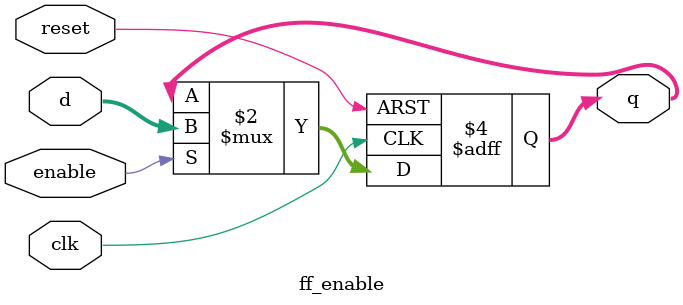
<source format=sv>
module ff_enable #(parameter WIDTH = 8)(input logic clk, reset, enable,
												 input logic [WIDTH-1:0] d,
												output logic [WIDTH-1:0] q);
												
												
	always_ff @(posedge clk, posedge reset)
		if (reset) q <= 0;
		else if (enable) q <= d;
endmodule 
</source>
